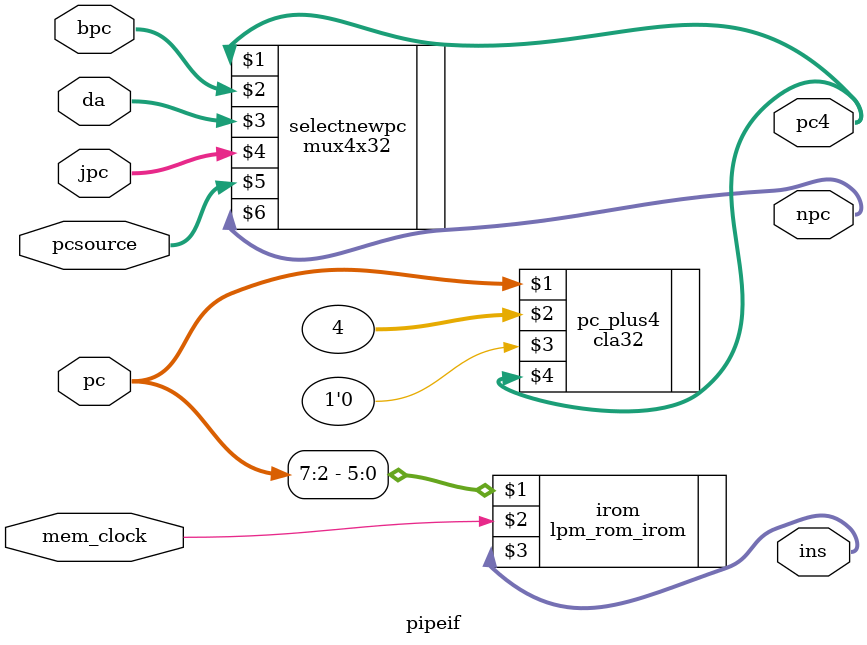
<source format=v>
module pipeif( 
	pcsource,pc,bpc,da,jpc,
	npc,pc4,ins,mem_clock );

	input [31:0] pc,bpc,da,jpc;
	input [1:0] pcsource;
	input mem_clock;
	
	output [31:0] npc,pc4,ins;

	mux4x32 selectnewpc (pc4,bpc,da,jpc,pcsource,npc);
	cla32 pc_plus4 (pc,32'h4,1'b0,pc4);
	lpm_rom_irom irom (pc[7:2],mem_clock,ins);// instruction memory.
	
endmodule
</source>
